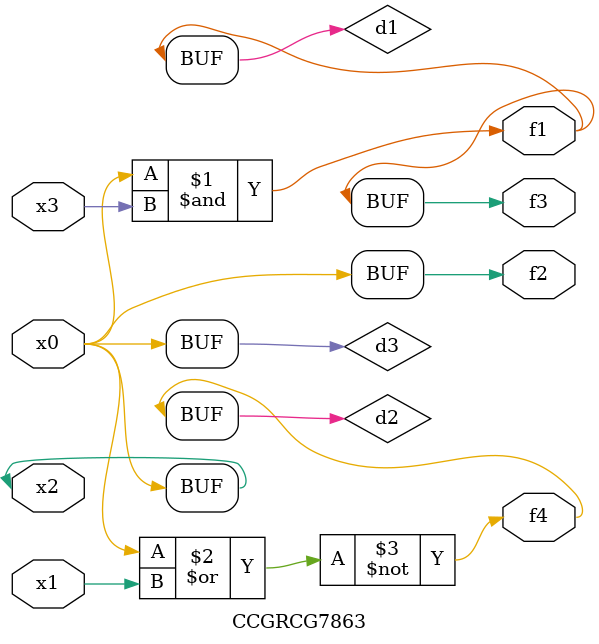
<source format=v>
module CCGRCG7863(
	input x0, x1, x2, x3,
	output f1, f2, f3, f4
);

	wire d1, d2, d3;

	and (d1, x2, x3);
	nor (d2, x0, x1);
	buf (d3, x0, x2);
	assign f1 = d1;
	assign f2 = d3;
	assign f3 = d1;
	assign f4 = d2;
endmodule

</source>
